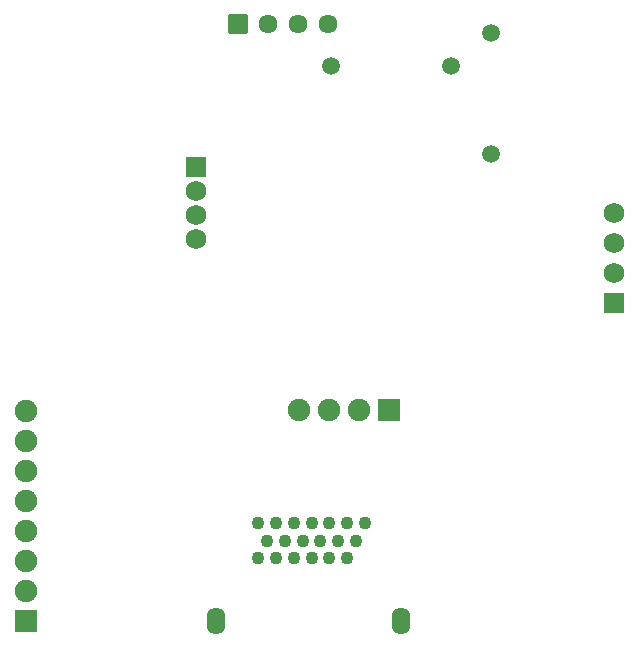
<source format=gbs>
G04 Layer: BottomSolderMaskLayer*
G04 EasyEDA v6.5.23, 2023-06-18 13:26:56*
G04 e563b856323e489fb497cbcb29ae2dd2,10*
G04 Gerber Generator version 0.2*
G04 Scale: 100 percent, Rotated: No, Reflected: No *
G04 Dimensions in millimeters *
G04 leading zeros omitted , absolute positions ,4 integer and 5 decimal *
%FSLAX45Y45*%
%MOMM*%

%AMMACRO1*1,1,$1,$2,$3*1,1,$1,$4,$5*1,1,$1,0-$2,0-$3*1,1,$1,0-$4,0-$5*20,1,$1,$2,$3,$4,$5,0*20,1,$1,$4,$5,0-$2,0-$3,0*20,1,$1,0-$2,0-$3,0-$4,0-$5,0*20,1,$1,0-$4,0-$5,$2,$3,0*4,1,4,$2,$3,$4,$5,0-$2,0-$3,0-$4,0-$5,$2,$3,0*%
%ADD10MACRO1,0.1016X-0.9X-0.9X-0.9X0.9*%
%ADD11C,1.9016*%
%ADD12MACRO1,0.1016X0.9X-0.9X-0.9X-0.9*%
%ADD13C,1.7272*%
%ADD14R,1.7272X1.7272*%
%ADD15C,1.1016*%
%ADD16O,1.6015970000000002X2.3015956*%
%ADD17C,1.5016*%
%ADD18MACRO1,0.1016X-0.754X0.754X0.754X0.754*%
%ADD19C,1.6096*%
%ADD20MACRO1,0.2032X0.762X-0.762X-0.762X-0.762*%

%LPD*%
D10*
G01*
X342900Y368300D03*
D11*
G01*
X342900Y622300D03*
G01*
X342900Y876300D03*
G01*
X342900Y1130300D03*
G01*
X342900Y1384300D03*
G01*
X342900Y1638300D03*
G01*
X342900Y1892300D03*
G01*
X342900Y2146300D03*
D12*
G01*
X3416300Y2159000D03*
D11*
G01*
X3162300Y2159000D03*
G01*
X2908300Y2159000D03*
G01*
X2654300Y2159000D03*
D13*
G01*
X1778000Y3606800D03*
G01*
X1778000Y3812539D03*
G01*
X1778000Y4010660D03*
D14*
G01*
X1778000Y4211320D03*
D15*
G01*
X3206495Y1202397D03*
G01*
X3131489Y1052385D03*
G01*
X3056509Y1202397D03*
G01*
X3056509Y902398D03*
G01*
X2981502Y1052385D03*
G01*
X2906496Y902398D03*
G01*
X2906496Y1202397D03*
G01*
X2831490Y1052385D03*
G01*
X2756509Y1202397D03*
G01*
X2756509Y902398D03*
G01*
X2681503Y1052385D03*
G01*
X2606497Y902398D03*
G01*
X2606497Y1202397D03*
G01*
X2531490Y1052385D03*
G01*
X2456484Y1202397D03*
G01*
X2456484Y902398D03*
G01*
X2381504Y1052385D03*
G01*
X2306497Y902398D03*
G01*
X2306497Y1202397D03*
D16*
G01*
X3516502Y372402D03*
G01*
X1944497Y372402D03*
D17*
G01*
X4279900Y4328693D03*
G01*
X4279900Y5348706D03*
G01*
X3939006Y5067300D03*
G01*
X2918993Y5067300D03*
D18*
G01*
X2133600Y5422087D03*
D19*
G01*
X2387600Y5422087D03*
G01*
X2641600Y5422087D03*
G01*
X2895600Y5422087D03*
D20*
G01*
X5321300Y3060700D03*
D13*
G01*
X5321300Y3314700D03*
G01*
X5321300Y3568700D03*
G01*
X5321300Y3822700D03*
M02*

</source>
